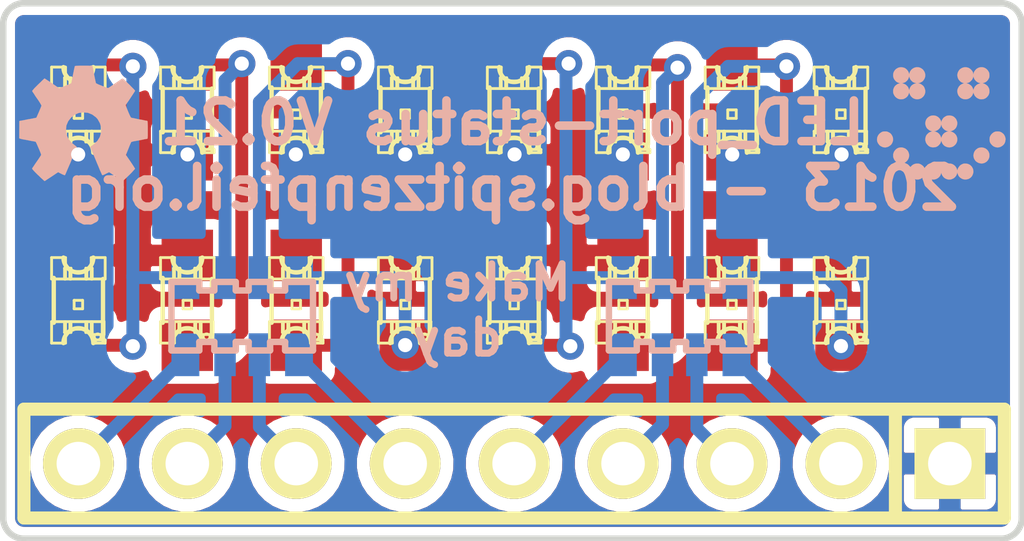
<source format=kicad_pcb>
(kicad_pcb (version 3) (host pcbnew "(2013-07-01 BZR 4235)-testing")
  (title_block (title LED_port-status) (date "17 feb 2013") (rev 0.21) (company "2012 - blog.spitzenpfeil.org"))
  (layers (15 Front signal) (0 Back signal) (18 B.Paste user) (19 F.Paste user) (20 B.SilkS user) (21 F.SilkS user) (22 B.Mask user) (23 F.Mask user) (28 Edge.Cuts user))
  (net 0 "")
  (net 1 N-000001)
  (net 2 N-0000010)
  (net 3 N-0000011)
  (net 4 N-0000012)
  (net 5 N-0000013)
  (net 6 N-0000014)
  (net 7 N-0000015)
  (net 8 N-0000016)
  (net 9 N-0000017)
  (net 10 N-000002)
  (net 11 N-000003)
  (net 12 N-000004)
  (net 13 N-000005)
  (net 14 N-000006)
  (net 15 N-000007)
  (net 16 N-000008)
  (net 17 N-000009)
  (module MADW__1206*4_resistor_array (layer Back) (at 85.1 88 180)
    (fp_text reference RP1 hide)
    (fp_text value 1k hide)
    (pad 8 smd rect (at -1.325 0.9 180) (size 0.65 1) (layers Back B.Paste B.Mask) (net 1 N-000001))
    (pad 7 smd rect (at -0.4 0.9 180) (size 0.5 1) (layers Back B.Paste B.Mask) (net 10 N-000002))
    (pad 6 smd rect (at 0.4 0.9 180) (size 0.5 1) (layers Back B.Paste B.Mask) (net 14 N-000006))
    (pad 5 smd rect (at 1.325 0.9 180) (size 0.65 1) (layers Back B.Paste B.Mask) (net 8 N-0000016))
    (pad 1 smd rect (at -1.325 -0.9 180) (size 0.65 1) (layers Back B.Paste B.Mask) (net 4 N-0000012))
    (pad 2 smd rect (at -0.4 -0.9 180) (size 0.5 1) (layers Back B.Paste B.Mask) (net 5 N-0000013))
    (pad 3 smd rect (at 0.4 -0.9 180) (size 0.5 1) (layers Back B.Paste B.Mask) (net 6 N-0000014))
    (pad 4 smd rect (at 1.325 -0.9 180) (size 0.65 1) (layers Back B.Paste B.Mask) (net 7 N-0000015))
  )
  (module MADW__1206*4_resistor_array (layer Back) (at 95.3 88 180)
    (fp_text reference RP2 hide)
    (fp_text value 1k hide)
    (pad 8 smd rect (at -1.325 0.9 180) (size 0.65 1) (layers Back B.Paste B.Mask) (net 15 N-000007))
    (pad 7 smd rect (at -0.4 0.9 180) (size 0.5 1) (layers Back B.Paste B.Mask) (net 12 N-000004))
    (pad 6 smd rect (at 0.4 0.9 180) (size 0.5 1) (layers Back B.Paste B.Mask) (net 13 N-000005))
    (pad 5 smd rect (at 1.325 0.9 180) (size 0.65 1) (layers Back B.Paste B.Mask) (net 11 N-000003))
    (pad 1 smd rect (at -1.325 -0.9 180) (size 0.65 1) (layers Back B.Paste B.Mask) (net 16 N-000008))
    (pad 2 smd rect (at -0.4 -0.9 180) (size 0.5 1) (layers Back B.Paste B.Mask) (net 17 N-000009))
    (pad 3 smd rect (at 0.4 -0.9 180) (size 0.5 1) (layers Back B.Paste B.Mask) (net 2 N-0000010))
    (pad 4 smd rect (at 1.325 -0.9 180) (size 0.65 1) (layers Back B.Paste B.Mask) (net 3 N-0000011))
  )
  (module SIL-9 (layer Front) (at 91.44 91.44 180)
    (fp_text reference P1 hide)
    (fp_text value CONN_9 hide)
    (pad 1 thru_hole rect (at -10.16 0 180) (size 1.65 1.65) (drill 1.016) (layers *.Cu *.Mask F.SilkS) (net 9 N-0000017))
    (pad 2 thru_hole circle (at -7.62 0 180) (size 1.65 1.65) (drill 1.016) (layers *.Cu *.Mask F.SilkS) (net 16 N-000008))
    (pad 3 thru_hole circle (at -5.08 0 180) (size 1.65 1.65) (drill 1.016) (layers *.Cu *.Mask F.SilkS) (net 17 N-000009))
    (pad 4 thru_hole circle (at -2.54 0 180) (size 1.65 1.65) (drill 1.016) (layers *.Cu *.Mask F.SilkS) (net 2 N-0000010))
    (pad 5 thru_hole circle (at 0 0 180) (size 1.65 1.65) (drill 1.016) (layers *.Cu *.Mask F.SilkS) (net 3 N-0000011))
    (pad 6 thru_hole circle (at 2.54 0 180) (size 1.65 1.65) (drill 1.016) (layers *.Cu *.Mask F.SilkS) (net 4 N-0000012))
    (pad 7 thru_hole circle (at 5.08 0 180) (size 1.65 1.65) (drill 1.016) (layers *.Cu *.Mask F.SilkS) (net 5 N-0000013))
    (pad 8 thru_hole circle (at 7.62 0 180) (size 1.65 1.65) (drill 1.016) (layers *.Cu *.Mask F.SilkS) (net 6 N-0000014))
    (pad 9 thru_hole circle (at 10.16 0 180) (size 1.65 1.65) (drill 1.016) (layers *.Cu *.Mask F.SilkS) (net 7 N-0000015))
  )
  (module LOGO (layer Back) (at 81.4 83.5)
    (fp_text reference G2 hide)
    (fp_text value LOGO hide)
  )
  (module LOGO (layer Back) (at 101.4 83.5)
    (fp_text reference G1 hide)
    (fp_text value LOGO hide)
  )
  (module LED-0805 (layer Front) (at 81.28 87.63 270)
    (fp_text reference D1 hide)
    (fp_text value LED hide)
    (pad 1 smd rect (at -1.04902 0 270) (size 1.19888 1.19888) (layers Front F.Paste F.Mask) (net 9 N-0000017))
    (pad 2 smd rect (at 1.04902 0 270) (size 1.19888 1.19888) (layers Front F.Paste F.Mask) (net 8 N-0000016))
  )
  (module LED-0805 (layer Front) (at 96.52 87.63 270)
    (fp_text reference D7 hide)
    (fp_text value LED hide)
    (pad 1 smd rect (at -1.04902 0 270) (size 1.19888 1.19888) (layers Front F.Paste F.Mask) (net 9 N-0000017))
    (pad 2 smd rect (at 1.04902 0 270) (size 1.19888 1.19888) (layers Front F.Paste F.Mask) (net 12 N-000004))
  )
  (module LED-0805 (layer Front) (at 83.82 87.63 270)
    (fp_text reference D2 hide)
    (fp_text value LED hide)
    (pad 1 smd rect (at -1.04902 0 270) (size 1.19888 1.19888) (layers Front F.Paste F.Mask) (net 9 N-0000017))
    (pad 2 smd rect (at 1.04902 0 270) (size 1.19888 1.19888) (layers Front F.Paste F.Mask) (net 14 N-000006))
  )
  (module LED-0805 (layer Front) (at 86.36 87.63 270)
    (fp_text reference D3 hide)
    (fp_text value LED hide)
    (pad 1 smd rect (at -1.04902 0 270) (size 1.19888 1.19888) (layers Front F.Paste F.Mask) (net 9 N-0000017))
    (pad 2 smd rect (at 1.04902 0 270) (size 1.19888 1.19888) (layers Front F.Paste F.Mask) (net 10 N-000002))
  )
  (module LED-0805 (layer Front) (at 88.9 87.63 270)
    (fp_text reference D4 hide)
    (fp_text value LED hide)
    (pad 1 smd rect (at -1.04902 0 270) (size 1.19888 1.19888) (layers Front F.Paste F.Mask) (net 9 N-0000017))
    (pad 2 smd rect (at 1.04902 0 270) (size 1.19888 1.19888) (layers Front F.Paste F.Mask) (net 1 N-000001))
  )
  (module LED-0805 (layer Front) (at 91.44 87.63 270)
    (fp_text reference D5 hide)
    (fp_text value LED hide)
    (pad 1 smd rect (at -1.04902 0 270) (size 1.19888 1.19888) (layers Front F.Paste F.Mask) (net 9 N-0000017))
    (pad 2 smd rect (at 1.04902 0 270) (size 1.19888 1.19888) (layers Front F.Paste F.Mask) (net 11 N-000003))
  )
  (module LED-0805 (layer Front) (at 93.98 87.63 270)
    (fp_text reference D6 hide)
    (fp_text value LED hide)
    (pad 1 smd rect (at -1.04902 0 270) (size 1.19888 1.19888) (layers Front F.Paste F.Mask) (net 9 N-0000017))
    (pad 2 smd rect (at 1.04902 0 270) (size 1.19888 1.19888) (layers Front F.Paste F.Mask) (net 13 N-000005))
  )
  (module LED-0805 (layer Front) (at 99.06 87.63 270)
    (fp_text reference D8 hide)
    (fp_text value LED hide)
    (pad 1 smd rect (at -1.04902 0 270) (size 1.19888 1.19888) (layers Front F.Paste F.Mask) (net 9 N-0000017))
    (pad 2 smd rect (at 1.04902 0 270) (size 1.19888 1.19888) (layers Front F.Paste F.Mask) (net 15 N-000007))
  )
  (module LED-0805 (layer Front) (at 81.28 83.185 270)
    (fp_text reference D9 hide)
    (fp_text value LED hide)
    (pad 1 smd rect (at -1.04902 0 270) (size 1.19888 1.19888) (layers Front F.Paste F.Mask) (net 8 N-0000016))
    (pad 2 smd rect (at 1.04902 0 270) (size 1.19888 1.19888) (layers Front F.Paste F.Mask) (net 9 N-0000017))
  )
  (module LED-0805 (layer Front) (at 83.82 83.185 270)
    (fp_text reference D10 hide)
    (fp_text value LED hide)
    (pad 1 smd rect (at -1.04902 0 270) (size 1.19888 1.19888) (layers Front F.Paste F.Mask) (net 14 N-000006))
    (pad 2 smd rect (at 1.04902 0 270) (size 1.19888 1.19888) (layers Front F.Paste F.Mask) (net 9 N-0000017))
  )
  (module LED-0805 (layer Front) (at 86.36 83.185 270)
    (fp_text reference D11 hide)
    (fp_text value LED hide)
    (pad 1 smd rect (at -1.04902 0 270) (size 1.19888 1.19888) (layers Front F.Paste F.Mask) (net 10 N-000002))
    (pad 2 smd rect (at 1.04902 0 270) (size 1.19888 1.19888) (layers Front F.Paste F.Mask) (net 9 N-0000017))
  )
  (module LED-0805 (layer Front) (at 88.9 83.185 270)
    (fp_text reference D12 hide)
    (fp_text value LED hide)
    (pad 1 smd rect (at -1.04902 0 270) (size 1.19888 1.19888) (layers Front F.Paste F.Mask) (net 1 N-000001))
    (pad 2 smd rect (at 1.04902 0 270) (size 1.19888 1.19888) (layers Front F.Paste F.Mask) (net 9 N-0000017))
  )
  (module LED-0805 (layer Front) (at 91.44 83.185 270)
    (fp_text reference D13 hide)
    (fp_text value LED hide)
    (pad 1 smd rect (at -1.04902 0 270) (size 1.19888 1.19888) (layers Front F.Paste F.Mask) (net 11 N-000003))
    (pad 2 smd rect (at 1.04902 0 270) (size 1.19888 1.19888) (layers Front F.Paste F.Mask) (net 9 N-0000017))
  )
  (module LED-0805 (layer Front) (at 93.98 83.185 270)
    (fp_text reference D14 hide)
    (fp_text value LED hide)
    (pad 1 smd rect (at -1.04902 0 270) (size 1.19888 1.19888) (layers Front F.Paste F.Mask) (net 13 N-000005))
    (pad 2 smd rect (at 1.04902 0 270) (size 1.19888 1.19888) (layers Front F.Paste F.Mask) (net 9 N-0000017))
  )
  (module LED-0805 (layer Front) (at 96.52 83.185 270)
    (fp_text reference D15 hide)
    (fp_text value LED hide)
    (pad 1 smd rect (at -1.04902 0 270) (size 1.19888 1.19888) (layers Front F.Paste F.Mask) (net 12 N-000004))
    (pad 2 smd rect (at 1.04902 0 270) (size 1.19888 1.19888) (layers Front F.Paste F.Mask) (net 9 N-0000017))
  )
  (module LED-0805 (layer Front) (at 99.06 83.185 270)
    (fp_text reference D16 hide)
    (fp_text value LED hide)
    (pad 1 smd rect (at -1.04902 0 270) (size 1.19888 1.19888) (layers Front F.Paste F.Mask) (net 15 N-000007))
    (pad 2 smd rect (at 1.04902 0 270) (size 1.19888 1.19888) (layers Front F.Paste F.Mask) (net 9 N-0000017))
  )
  (gr_text "Make my\nday" (at 90.1192 87.8586) (layer B.SilkS) (effects (font (size 0.8 0.8) (thickness 0.1625)) (justify mirror)))
  (gr_line (start 80.01 80.6958) (end 102.7938 80.6958) (angle 90) (layer Edge.Cuts) (width 0.15))
  (gr_line (start 79.5274 92.71) (end 79.5274 81.1784) (angle 90) (layer Edge.Cuts) (width 0.15))
  (gr_line (start 102.8192 93.1926) (end 80.01 93.1926) (angle 90) (layer Edge.Cuts) (width 0.15))
  (gr_line (start 103.2764 81.1784) (end 103.2764 92.6846) (angle 90) (layer Edge.Cuts) (width 0.15))
  (gr_arc (start 102.7938 81.1784) (end 102.7938 80.6958) (angle 90) (layer Edge.Cuts) (width 0.15))
  (gr_arc (start 80.01 81.1784) (end 79.5274 81.1784) (angle 90) (layer Edge.Cuts) (width 0.15))
  (gr_arc (start 80.01 92.71) (end 80.01 93.1926) (angle 90) (layer Edge.Cuts) (width 0.15))
  (gr_arc (start 102.7938 92.71) (end 103.2764 92.6846) (angle 90) (layer Edge.Cuts) (width 0.15))
  (gr_text "LED_port-status V0.21\n2013 - blog.spitzenpfeil.org" (at 91.4 84.25) (layer B.SilkS) (effects (font (size 0.95 0.95) (thickness 0.2)) (justify mirror)))
  (segment (start 88.9 88.67902) (end 89.87098 88.67902) (width 0.3) (layer Front) (net 1))
  (segment (start 89.87098 88.67902) (end 90.15 88.4) (width 0.3) (layer Front) (net 1))
  (segment (start 90.15 88.4) (end 90.15 82.15) (width 0.3) (layer Front) (net 1))
  (segment (start 88.9 88.675) (end 88.9 87.3) (width 0.3) (layer Back) (net 1))
  (segment (start 86.425 87.1) (end 88.7 87.1) (width 0.3) (layer Back) (net 1))
  (via (at 88.9 88.675) (size 0.635) (layers Front Back) (net 1))
  (segment (start 88.9 88.675) (end 88.87098 88.70402) (width 0.3) (layer Front) (net 1))
  (segment (start 88.87098 88.70402) (end 88.85 88.70402) (width 0.3) (layer Front) (net 1))
  (segment (start 88.7 87.1) (end 88.9 87.3) (width 0.3) (layer Back) (net 1))
  (segment (start 90.15 82.15) (end 88.91402 82.15) (width 0.3) (layer Front) (net 1))
  (segment (start 88.91402 82.15) (end 88.9 82.13598) (width 0.3) (layer Front) (net 1))
  (segment (start 94.9 88.9) (end 94.9 90.52) (width 0.3) (layer Back) (net 2))
  (segment (start 94.9 90.52) (end 93.98 91.44) (width 0.3) (layer Back) (net 2))
  (segment (start 93.975 88.9) (end 93.975 88.905) (width 0.3) (layer Back) (net 3))
  (segment (start 93.975 88.905) (end 91.44 91.44) (width 0.3) (layer Back) (net 3))
  (segment (start 86.425 88.9) (end 86.425 88.965) (width 0.3) (layer Back) (net 4))
  (segment (start 86.425 88.965) (end 88.9 91.44) (width 0.3) (layer Back) (net 4))
  (segment (start 85.5 88.9) (end 85.5 90.58) (width 0.3) (layer Back) (net 5))
  (segment (start 85.5 90.58) (end 86.36 91.44) (width 0.3) (layer Back) (net 5))
  (segment (start 84.7 88.9) (end 84.7 90.56) (width 0.3) (layer Back) (net 6))
  (segment (start 84.7 90.56) (end 83.82 91.44) (width 0.3) (layer Back) (net 6))
  (segment (start 83.775 88.9) (end 83.775 88.945) (width 0.3) (layer Back) (net 7))
  (segment (start 83.775 88.945) (end 81.28 91.44) (width 0.3) (layer Back) (net 7))
  (segment (start 83.775 87.1) (end 82.55 87.1) (width 0.3) (layer Back) (net 8))
  (segment (start 82.55 87.1) (end 82.55 87.05) (width 0.3) (layer Back) (net 8))
  (segment (start 81.28 88.67902) (end 82.52902 88.67902) (width 0.3) (layer Front) (net 8))
  (segment (start 82.55 88.7) (end 82.55 87.05) (width 0.3) (layer Back) (net 8))
  (segment (start 82.55 87.05) (end 82.55 82.169) (width 0.3) (layer Back) (net 8))
  (via (at 82.55 88.7) (size 0.635) (layers Front Back) (net 8))
  (segment (start 82.52902 88.67902) (end 82.55 88.7) (width 0.3) (layer Front) (net 8))
  (via (at 82.55 82.169) (size 0.635) (layers Front Back) (net 8))
  (segment (start 82.51698 82.13598) (end 82.55 82.169) (width 0.3) (layer Front) (net 8))
  (segment (start 82.51698 82.13598) (end 81.28 82.13598) (width 0.3) (layer Front) (net 8))
  (segment (start 91.44 86.58098) (end 93.98 86.58098) (width 0.3) (layer Front) (net 9))
  (segment (start 81.28 86.58098) (end 83.82 86.58098) (width 0.3) (layer Front) (net 9))
  (segment (start 81.28 86.58098) (end 81.28 84.23402) (width 0.3) (layer Front) (net 9))
  (segment (start 83.82 86.58098) (end 83.82 84.23402) (width 0.3) (layer Front) (net 9))
  (segment (start 86.36 86.58098) (end 86.36 84.23402) (width 0.3) (layer Front) (net 9))
  (segment (start 88.9 86.58098) (end 88.9 84.23402) (width 0.3) (layer Front) (net 9))
  (segment (start 91.44 86.58098) (end 91.44 84.23402) (width 0.3) (layer Front) (net 9))
  (segment (start 93.98 86.58098) (end 93.98 84.23402) (width 0.3) (layer Front) (net 9))
  (segment (start 96.52 86.58098) (end 96.52 84.23402) (width 0.3) (layer Front) (net 9))
  (segment (start 99.06 86.58098) (end 99.06 84.23402) (width 0.3) (layer Front) (net 9))
  (segment (start 81.28 84.23402) (end 83.82 84.23402) (width 0.3) (layer Front) (net 9))
  (segment (start 91.44 84.23402) (end 93.98 84.23402) (width 0.3) (layer Front) (net 9))
  (segment (start 99.075 84.225) (end 99.1 84.2) (width 0.3) (layer Back) (net 9))
  (segment (start 98.6 81.3) (end 93.95 81.3) (width 0.3) (layer Back) (net 9))
  (segment (start 98.6 81.3) (end 99.1 81.8) (width 0.3) (layer Back) (net 9))
  (segment (start 99.1 84.2) (end 99.1 81.8) (width 0.3) (layer Back) (net 9))
  (segment (start 96.525 84.225) (end 99.075 84.225) (width 0.3) (layer Back) (net 9))
  (segment (start 99.075 84.225) (end 99.04098 84.25902) (width 0.3) (layer Front) (net 9))
  (segment (start 99.04098 84.25902) (end 99.035 84.25902) (width 0.3) (layer Front) (net 9))
  (via (at 96.525 84.225) (size 0.635) (layers Front Back) (net 9))
  (via (at 99.075 84.225) (size 0.635) (layers Front Back) (net 9))
  (segment (start 93.975 84.225) (end 93.95 84.2) (width 0.3) (layer Back) (net 9))
  (segment (start 93.95 84.2) (end 93.95 81.3) (width 0.3) (layer Back) (net 9))
  (segment (start 93.975 84.225) (end 93.99098 84.20902) (width 0.3) (layer Front) (net 9))
  (via (at 93.975 84.225) (size 0.635) (layers Front Back) (net 9))
  (segment (start 94.005 84.20902) (end 93.99098 84.20902) (width 0.3) (layer Front) (net 9))
  (via (at 88.9 84.225) (size 0.635) (layers Front Back) (net 9))
  (segment (start 86.35 84.225) (end 88.9 84.225) (width 0.3) (layer Back) (net 9))
  (via (at 86.35 84.225) (size 0.635) (layers Front Back) (net 9))
  (segment (start 88.9 84.225) (end 88.9 81.3) (width 0.3) (layer Back) (net 9))
  (segment (start 91.45 84.225) (end 91.475 84.2) (width 0.3) (layer Back) (net 9))
  (segment (start 91.475 84.2) (end 91.475 81.3) (width 0.3) (layer Back) (net 9))
  (via (at 91.45 84.225) (size 0.635) (layers Front Back) (net 9))
  (segment (start 91.44 84.20902) (end 91.44 84.215) (width 0.3) (layer Front) (net 9))
  (segment (start 91.45 84.225) (end 91.44 84.215) (width 0.3) (layer Front) (net 9))
  (segment (start 91.45 81.3) (end 91.475 81.3) (width 0.3) (layer Back) (net 9))
  (segment (start 91.475 81.3) (end 88.9 81.3) (width 0.3) (layer Back) (net 9))
  (segment (start 83.825 84.225) (end 83.825 81.3) (width 0.3) (layer Back) (net 9))
  (segment (start 83.845 84.20902) (end 83.84098 84.20902) (width 0.3) (layer Front) (net 9))
  (segment (start 83.825 84.225) (end 83.84098 84.20902) (width 0.3) (layer Front) (net 9))
  (via (at 83.825 84.225) (size 0.635) (layers Front Back) (net 9))
  (segment (start 83.825 81.3) (end 83.8 81.3) (width 0.3) (layer Back) (net 9))
  (segment (start 81.9 81.3) (end 81.275 81.925) (width 0.3) (layer Back) (net 9))
  (segment (start 88.2 81.3) (end 83.8 81.3) (width 0.3) (layer Back) (net 9))
  (segment (start 83.8 81.3) (end 81.9 81.3) (width 0.3) (layer Back) (net 9))
  (segment (start 81.29098 84.20902) (end 81.305 84.20902) (width 0.3) (layer Front) (net 9))
  (segment (start 81.275 84.225) (end 81.29098 84.20902) (width 0.3) (layer Front) (net 9))
  (via (at 81.275 84.225) (size 0.635) (layers Front Back) (net 9))
  (segment (start 81.275 81.925) (end 81.275 84.225) (width 0.3) (layer Back) (net 9))
  (segment (start 91.475 81.3) (end 93.95 81.3) (width 0.3) (layer Back) (net 9))
  (segment (start 88.2 81.3) (end 88.9 81.3) (width 0.3) (layer Back) (net 9))
  (segment (start 88.25 81.3) (end 88.2 81.3) (width 0.3) (layer Back) (net 9))
  (segment (start 93.98 86.58098) (end 93.94698 86.614) (width 0.3) (layer Front) (net 9))
  (segment (start 91.47302 86.614) (end 91.44 86.58098) (width 0.3) (layer Front) (net 9))
  (segment (start 85.5 87.1) (end 85.5 83) (width 0.3) (layer Back) (net 10))
  (via (at 87.5665 82.1055) (size 0.635) (layers Front Back) (net 10))
  (segment (start 86.3945 82.1055) (end 87.5665 82.1055) (width 0.3) (layer Back) (net 10))
  (segment (start 85.5 83) (end 86.3945 82.1055) (width 0.3) (layer Back) (net 10))
  (segment (start 86.36 88.67902) (end 87.32098 88.67902) (width 0.3) (layer Front) (net 10))
  (segment (start 87.32098 88.67902) (end 87.5665 88.4335) (width 0.3) (layer Front) (net 10))
  (segment (start 87.5665 88.4335) (end 87.5665 82.1055) (width 0.3) (layer Front) (net 10))
  (segment (start 87.53602 82.13598) (end 87.5665 82.1055) (width 0.3) (layer Front) (net 10))
  (segment (start 87.53602 82.13598) (end 86.36 82.13598) (width 0.3) (layer Front) (net 10))
  (segment (start 93.975 87.1) (end 92.65 87.1) (width 0.3) (layer Back) (net 11))
  (segment (start 91.44 88.67902) (end 92.72902 88.67902) (width 0.3) (layer Front) (net 11))
  (segment (start 92.65 82.1655) (end 92.71 82.1055) (width 0.3) (layer Back) (net 11))
  (segment (start 92.65 88.6) (end 92.65 87.1) (width 0.3) (layer Back) (net 11))
  (segment (start 92.65 87.1) (end 92.65 82.1655) (width 0.3) (layer Back) (net 11))
  (segment (start 92.75 88.7) (end 92.65 88.6) (width 0.3) (layer Back) (net 11))
  (via (at 92.75 88.7) (size 0.635) (layers Front Back) (net 11))
  (segment (start 92.72902 88.67902) (end 92.75 88.7) (width 0.3) (layer Front) (net 11))
  (segment (start 92.71 82.1055) (end 91.47048 82.1055) (width 0.3) (layer Front) (net 11))
  (segment (start 91.47048 82.1055) (end 91.44 82.13598) (width 0.3) (layer Front) (net 11))
  (via (at 92.71 82.1055) (size 0.635) (layers Front Back) (net 11))
  (segment (start 95.7 87.1) (end 95.7 82.9) (width 0.3) (layer Back) (net 12))
  (via (at 97.79 82.169) (size 0.635) (layers Front Back) (net 12))
  (segment (start 96.431 82.169) (end 97.79 82.169) (width 0.3) (layer Back) (net 12))
  (segment (start 95.7 82.9) (end 96.431 82.169) (width 0.3) (layer Back) (net 12))
  (segment (start 96.52 88.67902) (end 97.42098 88.67902) (width 0.3) (layer Front) (net 12))
  (segment (start 97.79 88.31) (end 97.79 82.169) (width 0.3) (layer Front) (net 12))
  (segment (start 97.42098 88.67902) (end 97.79 88.31) (width 0.3) (layer Front) (net 12))
  (segment (start 97.75698 82.13598) (end 96.52 82.13598) (width 0.3) (layer Front) (net 12))
  (segment (start 97.75698 82.13598) (end 97.79 82.169) (width 0.3) (layer Front) (net 12))
  (segment (start 94.9 87.1) (end 94.9 82.55) (width 0.3) (layer Back) (net 13))
  (via (at 95.25 82.2) (size 0.635) (layers Front Back) (net 13))
  (segment (start 94.9 82.55) (end 95.25 82.2) (width 0.3) (layer Back) (net 13))
  (segment (start 95.25 82.2) (end 95.25 88.45) (width 0.3) (layer Front) (net 13))
  (segment (start 95.02098 88.67902) (end 93.98 88.67902) (width 0.3) (layer Front) (net 13))
  (segment (start 95.25 88.45) (end 95.02098 88.67902) (width 0.3) (layer Front) (net 13))
  (segment (start 93.98 82.13598) (end 95.18598 82.13598) (width 0.3) (layer Front) (net 13))
  (segment (start 95.18598 82.13598) (end 95.25 82.2) (width 0.3) (layer Front) (net 13))
  (segment (start 84.7 87.1) (end 84.7 82.4955) (width 0.3) (layer Back) (net 14))
  (via (at 85.09 82.1055) (size 0.635) (layers Front Back) (net 14))
  (segment (start 84.7 82.4955) (end 85.09 82.1055) (width 0.3) (layer Back) (net 14))
  (segment (start 83.82 88.67902) (end 84.77098 88.67902) (width 0.3) (layer Front) (net 14))
  (segment (start 85.09 88.36) (end 85.09 82.1055) (width 0.3) (layer Front) (net 14))
  (segment (start 84.77098 88.67902) (end 85.09 88.36) (width 0.3) (layer Front) (net 14))
  (segment (start 85.05952 82.13598) (end 85.09 82.1055) (width 0.3) (layer Front) (net 14))
  (segment (start 85.05952 82.13598) (end 83.82 82.13598) (width 0.3) (layer Front) (net 14))
  (segment (start 96.625 87.1) (end 98.7586 87.1) (width 0.3) (layer Back) (net 15))
  (segment (start 99.06 88.6968) (end 99.06 88.67902) (width 0.3) (layer Front) (net 15))
  (via (at 99.06 88.6968) (size 0.635) (layers Front Back) (net 15))
  (segment (start 99.06 87.4014) (end 99.06 88.6968) (width 0.3) (layer Back) (net 15))
  (segment (start 98.7586 87.1) (end 99.06 87.4014) (width 0.3) (layer Back) (net 15))
  (segment (start 100.42652 82.13598) (end 100.42652 88.37168) (width 0.3) (layer Front) (net 15))
  (segment (start 99.06 82.13598) (end 100.42652 82.13598) (width 0.3) (layer Front) (net 15))
  (segment (start 100.11918 88.67902) (end 99.06 88.67902) (width 0.3) (layer Front) (net 15))
  (segment (start 100.42652 88.37168) (end 100.11918 88.67902) (width 0.3) (layer Front) (net 15))
  (segment (start 96.625 88.9) (end 96.625 89.005) (width 0.3) (layer Back) (net 16))
  (segment (start 96.625 89.005) (end 99.06 91.44) (width 0.3) (layer Back) (net 16))
  (segment (start 95.7 88.9) (end 95.7 90.62) (width 0.3) (layer Back) (net 17))
  (segment (start 95.7 90.62) (end 96.52 91.44) (width 0.3) (layer Back) (net 17))
  (zone (net 9) (net_name N-0000017) (layer Front) (connect_pads (clearance 0.2)) (min_thickness 0.2) (fill (arc_segments 32) (thermal_gap 0.25) (thermal_bridge_width 0.499999) (smoothing fillet) (radius 0.5))
    (polygon (pts (xy 79.6 80.75) (xy 103.2 80.75) (xy 103.2 93.1) (xy 79.6 93.1)))
  )
  (zone (net 9) (net_name N-0000017) (layer Back) (connect_pads (clearance 0.2)) (min_thickness 0.2) (fill (arc_segments 32) (thermal_gap 0.25) (thermal_bridge_width 0.499999) (smoothing fillet) (radius 0.5))
    (polygon (pts (xy 79.6 80.75) (xy 103.2 80.75) (xy 103.2 93.1) (xy 79.6 93.1)))
  )
  (zone (net 0) (net_name "") (layer Back) (connect_pads (clearance 0.2032)) (min_thickness 0.2032)
    (keepout (tracks allowed) (vias allowed) (copperpour not_allowed))
    (fill (arc_segments 32) (thermal_gap 0.25) (thermal_bridge_width 0.499999))
    (polygon (pts (xy 93.35 86.3) (xy 97.25 86.3) (xy 97.25 89.7) (xy 93.35 89.7)))
  )
  (zone (net 0) (net_name "") (layer Back) (connect_pads (clearance 0.2032)) (min_thickness 0.2032)
    (keepout (tracks allowed) (vias allowed) (copperpour not_allowed))
    (fill (arc_segments 32) (thermal_gap 0.25) (thermal_bridge_width 0.499999))
    (polygon (pts (xy 83.15 86.3) (xy 87.05 86.3) (xy 87.05 89.7) (xy 83.15 89.7)))
  )
)
</source>
